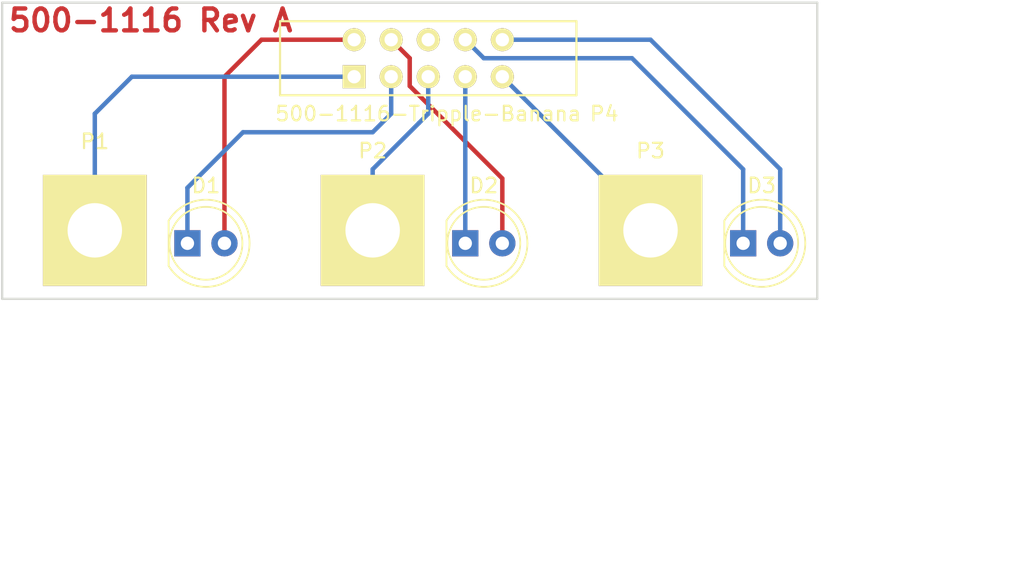
<source format=kicad_pcb>
(kicad_pcb (version 4) (host pcbnew 4.0.5)

  (general
    (links 9)
    (no_connects 0)
    (area 107.874999 81.204999 180.875715 123.350001)
    (thickness 1.6)
    (drawings 9)
    (tracks 29)
    (zones 0)
    (modules 7)
    (nets 11)
  )

  (page A4)
  (layers
    (0 F.Cu signal)
    (31 B.Cu signal)
    (32 B.Adhes user)
    (33 F.Adhes user)
    (34 B.Paste user)
    (35 F.Paste user)
    (36 B.SilkS user)
    (37 F.SilkS user)
    (38 B.Mask user)
    (39 F.Mask user)
    (40 Dwgs.User user)
    (41 Cmts.User user)
    (42 Eco1.User user)
    (43 Eco2.User user)
    (44 Edge.Cuts user)
    (45 Margin user)
    (46 B.CrtYd user)
    (47 F.CrtYd user)
    (48 B.Fab user)
    (49 F.Fab user)
  )

  (setup
    (last_trace_width 0.3048)
    (trace_clearance 0.3048)
    (zone_clearance 0.508)
    (zone_45_only no)
    (trace_min 0.2)
    (segment_width 0.2)
    (edge_width 0.15)
    (via_size 1.5748)
    (via_drill 0.9144)
    (via_min_size 0.4)
    (via_min_drill 0.3)
    (uvia_size 0.3)
    (uvia_drill 0.1)
    (uvias_allowed no)
    (uvia_min_size 0.2)
    (uvia_min_drill 0.1)
    (pcb_text_width 0.3)
    (pcb_text_size 1.5 1.5)
    (mod_edge_width 0.15)
    (mod_text_size 1 1)
    (mod_text_width 0.15)
    (pad_size 1.8 1.8)
    (pad_drill 0.9144)
    (pad_to_mask_clearance 0.2)
    (aux_axis_origin 0 0)
    (visible_elements 7FFFFFFF)
    (pcbplotparams
      (layerselection 0x010f0_80000001)
      (usegerberextensions false)
      (excludeedgelayer true)
      (linewidth 0.100000)
      (plotframeref false)
      (viasonmask false)
      (mode 1)
      (useauxorigin false)
      (hpglpennumber 1)
      (hpglpenspeed 20)
      (hpglpendiameter 15)
      (hpglpenoverlay 2)
      (psnegative false)
      (psa4output false)
      (plotreference true)
      (plotvalue true)
      (plotinvisibletext false)
      (padsonsilk false)
      (subtractmaskfromsilk false)
      (outputformat 1)
      (mirror false)
      (drillshape 0)
      (scaleselection 1)
      (outputdirectory Fab/))
  )

  (net 0 "")
  (net 1 "Net-(D1-Pad1)")
  (net 2 "Net-(D1-Pad2)")
  (net 3 "Net-(D2-Pad1)")
  (net 4 "Net-(D2-Pad2)")
  (net 5 "Net-(D3-Pad1)")
  (net 6 "Net-(D3-Pad2)")
  (net 7 "Net-(P1-Pad1)")
  (net 8 "Net-(P2-Pad1)")
  (net 9 "Net-(P3-Pad1)")
  (net 10 "Net-(P4-Pad6)")

  (net_class Default "This is the default net class."
    (clearance 0.3048)
    (trace_width 0.3048)
    (via_dia 1.5748)
    (via_drill 0.9144)
    (uvia_dia 0.3)
    (uvia_drill 0.1)
    (add_net "Net-(D1-Pad1)")
    (add_net "Net-(D1-Pad2)")
    (add_net "Net-(D2-Pad1)")
    (add_net "Net-(D2-Pad2)")
    (add_net "Net-(D3-Pad1)")
    (add_net "Net-(D3-Pad2)")
    (add_net "Net-(P1-Pad1)")
    (add_net "Net-(P2-Pad1)")
    (add_net "Net-(P3-Pad1)")
    (add_net "Net-(P4-Pad6)")
  )

  (module LEDs:LED_D5.0mm (layer F.Cu) (tedit 588BF821) (tstamp 588695D7)
    (at 120.65 97.79)
    (descr "LED, diameter 5.0mm, 2 pins, http://cdn-reichelt.de/documents/datenblatt/A500/LL-504BC2E-009.pdf")
    (tags "LED diameter 5.0mm 2 pins")
    (path /5886826D)
    (fp_text reference D1 (at 1.27 -3.96) (layer F.SilkS)
      (effects (font (size 1 1) (thickness 0.15)))
    )
    (fp_text value LED_ALT (at 2.54 5.08) (layer F.Fab)
      (effects (font (size 1 1) (thickness 0.15)))
    )
    (fp_arc (start 1.27 0) (end -1.23 -1.469694) (angle 299.1) (layer F.Fab) (width 0.1))
    (fp_arc (start 1.27 0) (end -1.29 -1.54483) (angle 148.9) (layer F.SilkS) (width 0.12))
    (fp_arc (start 1.27 0) (end -1.29 1.54483) (angle -148.9) (layer F.SilkS) (width 0.12))
    (fp_circle (center 1.27 0) (end 3.77 0) (layer F.Fab) (width 0.1))
    (fp_circle (center 1.27 0) (end 3.77 0) (layer F.SilkS) (width 0.12))
    (fp_line (start -1.23 -1.469694) (end -1.23 1.469694) (layer F.Fab) (width 0.1))
    (fp_line (start -1.29 -1.545) (end -1.29 1.545) (layer F.SilkS) (width 0.12))
    (fp_line (start -1.95 -3.25) (end -1.95 3.25) (layer F.CrtYd) (width 0.05))
    (fp_line (start -1.95 3.25) (end 4.5 3.25) (layer F.CrtYd) (width 0.05))
    (fp_line (start 4.5 3.25) (end 4.5 -3.25) (layer F.CrtYd) (width 0.05))
    (fp_line (start 4.5 -3.25) (end -1.95 -3.25) (layer F.CrtYd) (width 0.05))
    (pad 1 thru_hole rect (at 0 0) (size 1.8 1.8) (drill 0.9144) (layers *.Cu *.Mask)
      (net 1 "Net-(D1-Pad1)"))
    (pad 2 thru_hole circle (at 2.54 0) (size 1.8 1.8) (drill 0.9144) (layers *.Cu *.Mask)
      (net 2 "Net-(D1-Pad2)"))
    (model LEDs.3dshapes/LED_D5.0mm.wrl
      (at (xyz 0 0 0))
      (scale (xyz 0.393701 0.393701 0.393701))
      (rotate (xyz 0 0 0))
    )
  )

  (module LEDs:LED_D5.0mm (layer F.Cu) (tedit 588BF854) (tstamp 588695E8)
    (at 139.7 97.79)
    (descr "LED, diameter 5.0mm, 2 pins, http://cdn-reichelt.de/documents/datenblatt/A500/LL-504BC2E-009.pdf")
    (tags "LED diameter 5.0mm 2 pins")
    (path /588683A0)
    (fp_text reference D2 (at 1.27 -3.96) (layer F.SilkS)
      (effects (font (size 1 1) (thickness 0.15)))
    )
    (fp_text value LED_ALT (at 3.175 5.08) (layer F.Fab)
      (effects (font (size 1 1) (thickness 0.15)))
    )
    (fp_arc (start 1.27 0) (end -1.23 -1.469694) (angle 299.1) (layer F.Fab) (width 0.1))
    (fp_arc (start 1.27 0) (end -1.29 -1.54483) (angle 148.9) (layer F.SilkS) (width 0.12))
    (fp_arc (start 1.27 0) (end -1.29 1.54483) (angle -148.9) (layer F.SilkS) (width 0.12))
    (fp_circle (center 1.27 0) (end 3.77 0) (layer F.Fab) (width 0.1))
    (fp_circle (center 1.27 0) (end 3.77 0) (layer F.SilkS) (width 0.12))
    (fp_line (start -1.23 -1.469694) (end -1.23 1.469694) (layer F.Fab) (width 0.1))
    (fp_line (start -1.29 -1.545) (end -1.29 1.545) (layer F.SilkS) (width 0.12))
    (fp_line (start -1.95 -3.25) (end -1.95 3.25) (layer F.CrtYd) (width 0.05))
    (fp_line (start -1.95 3.25) (end 4.5 3.25) (layer F.CrtYd) (width 0.05))
    (fp_line (start 4.5 3.25) (end 4.5 -3.25) (layer F.CrtYd) (width 0.05))
    (fp_line (start 4.5 -3.25) (end -1.95 -3.25) (layer F.CrtYd) (width 0.05))
    (pad 1 thru_hole rect (at 0 0) (size 1.8 1.8) (drill 0.9144) (layers *.Cu *.Mask)
      (net 3 "Net-(D2-Pad1)"))
    (pad 2 thru_hole circle (at 2.54 0) (size 1.8 1.8) (drill 0.9144) (layers *.Cu *.Mask)
      (net 4 "Net-(D2-Pad2)"))
    (model LEDs.3dshapes/LED_D5.0mm.wrl
      (at (xyz 0 0 0))
      (scale (xyz 0.393701 0.393701 0.393701))
      (rotate (xyz 0 0 0))
    )
  )

  (module LEDs:LED_D5.0mm (layer F.Cu) (tedit 588BF87C) (tstamp 588695F9)
    (at 158.75 97.79)
    (descr "LED, diameter 5.0mm, 2 pins, http://cdn-reichelt.de/documents/datenblatt/A500/LL-504BC2E-009.pdf")
    (tags "LED diameter 5.0mm 2 pins")
    (path /588683E1)
    (fp_text reference D3 (at 1.27 -3.96) (layer F.SilkS)
      (effects (font (size 1 1) (thickness 0.15)))
    )
    (fp_text value LED_ALT (at 2.54 5.715) (layer F.Fab)
      (effects (font (size 1 1) (thickness 0.15)))
    )
    (fp_arc (start 1.27 0) (end -1.23 -1.469694) (angle 299.1) (layer F.Fab) (width 0.1))
    (fp_arc (start 1.27 0) (end -1.29 -1.54483) (angle 148.9) (layer F.SilkS) (width 0.12))
    (fp_arc (start 1.27 0) (end -1.29 1.54483) (angle -148.9) (layer F.SilkS) (width 0.12))
    (fp_circle (center 1.27 0) (end 3.77 0) (layer F.Fab) (width 0.1))
    (fp_circle (center 1.27 0) (end 3.77 0) (layer F.SilkS) (width 0.12))
    (fp_line (start -1.23 -1.469694) (end -1.23 1.469694) (layer F.Fab) (width 0.1))
    (fp_line (start -1.29 -1.545) (end -1.29 1.545) (layer F.SilkS) (width 0.12))
    (fp_line (start -1.95 -3.25) (end -1.95 3.25) (layer F.CrtYd) (width 0.05))
    (fp_line (start -1.95 3.25) (end 4.5 3.25) (layer F.CrtYd) (width 0.05))
    (fp_line (start 4.5 3.25) (end 4.5 -3.25) (layer F.CrtYd) (width 0.05))
    (fp_line (start 4.5 -3.25) (end -1.95 -3.25) (layer F.CrtYd) (width 0.05))
    (pad 1 thru_hole rect (at 0 0) (size 1.8 1.8) (drill 0.9144) (layers *.Cu *.Mask)
      (net 5 "Net-(D3-Pad1)"))
    (pad 2 thru_hole circle (at 2.54 0) (size 1.8 1.8) (drill 0.9144) (layers *.Cu *.Mask)
      (net 6 "Net-(D3-Pad2)"))
    (model LEDs.3dshapes/LED_D5.0mm.wrl
      (at (xyz 0 0 0))
      (scale (xyz 0.393701 0.393701 0.393701))
      (rotate (xyz 0 0 0))
    )
  )

  (module FootPrints:KF2-256-TerminalPad (layer F.Cu) (tedit 58868E19) (tstamp 588695FE)
    (at 114.3 101.6)
    (path /588680C9)
    (fp_text reference P1 (at 0 -10.795) (layer F.SilkS)
      (effects (font (size 1 1) (thickness 0.15)))
    )
    (fp_text value PAD-KF2-256 (at 0 1.27) (layer F.Fab)
      (effects (font (size 1 1) (thickness 0.15)))
    )
    (pad 1 thru_hole rect (at 0 -4.699) (size 7.112 7.62) (drill 3.7338) (layers *.Cu *.Mask F.SilkS)
      (net 7 "Net-(P1-Pad1)"))
  )

  (module FootPrints:KF2-256-TerminalPad (layer F.Cu) (tedit 58868E15) (tstamp 58869603)
    (at 133.35 101.6)
    (path /588681FB)
    (fp_text reference P2 (at 0 -10.16) (layer F.SilkS)
      (effects (font (size 1 1) (thickness 0.15)))
    )
    (fp_text value PAD-KF2-256 (at 0 1.27) (layer F.Fab)
      (effects (font (size 1 1) (thickness 0.15)))
    )
    (pad 1 thru_hole rect (at 0 -4.699) (size 7.112 7.62) (drill 3.7338) (layers *.Cu *.Mask F.SilkS)
      (net 8 "Net-(P2-Pad1)"))
  )

  (module FootPrints:KF2-256-TerminalPad (layer F.Cu) (tedit 58868F60) (tstamp 58869608)
    (at 152.4 101.6)
    (path /58868231)
    (fp_text reference P3 (at 0 -10.16) (layer F.SilkS)
      (effects (font (size 1 1) (thickness 0.15)))
    )
    (fp_text value PAD-KF2-256 (at 0 1.27) (layer F.Fab)
      (effects (font (size 1 1) (thickness 0.15)))
    )
    (pad 1 thru_hole rect (at 0 -4.699) (size 7.112 7.62) (drill 3.7338) (layers *.Cu *.Mask F.SilkS)
      (net 9 "Net-(P3-Pad1)"))
  )

  (module FootPrints:IDC5x2_Vert (layer F.Cu) (tedit 58868F41) (tstamp 5886961A)
    (at 137.16 85.09 180)
    (path /58868A6F)
    (fp_text reference P4 (at -12.065 -3.81 180) (layer F.SilkS)
      (effects (font (size 1 1) (thickness 0.15)))
    )
    (fp_text value 500-1116-Tripple-Banana (at 0 -3.81 180) (layer F.SilkS)
      (effects (font (size 1 1) (thickness 0.15)))
    )
    (fp_line (start 10.16 2.54) (end -10.16 2.54) (layer F.SilkS) (width 0.15))
    (fp_line (start 10.16 -2.54) (end -10.16 -2.54) (layer F.SilkS) (width 0.15))
    (fp_line (start -10.16 2.54) (end -10.16 -2.54) (layer F.SilkS) (width 0.15))
    (fp_line (start 10.16 -2.54) (end 10.16 2.54) (layer F.SilkS) (width 0.15))
    (pad 1 thru_hole rect (at 5.08 -1.27 180) (size 1.5748 1.5748) (drill 0.9144) (layers *.Cu *.Mask F.SilkS)
      (net 7 "Net-(P1-Pad1)"))
    (pad 2 thru_hole circle (at 5.08 1.27 180) (size 1.5748 1.5748) (drill 0.9144) (layers *.Cu *.Mask F.SilkS)
      (net 2 "Net-(D1-Pad2)"))
    (pad 3 thru_hole circle (at 2.54 -1.27 180) (size 1.5748 1.5748) (drill 0.9144) (layers *.Cu *.Mask F.SilkS)
      (net 1 "Net-(D1-Pad1)"))
    (pad 4 thru_hole circle (at 2.54 1.27 180) (size 1.5748 1.5748) (drill 0.9144) (layers *.Cu *.Mask F.SilkS)
      (net 4 "Net-(D2-Pad2)"))
    (pad 5 thru_hole circle (at 0 -1.27 180) (size 1.5748 1.5748) (drill 0.9144) (layers *.Cu *.Mask F.SilkS)
      (net 8 "Net-(P2-Pad1)"))
    (pad 6 thru_hole circle (at 0 1.27 180) (size 1.5748 1.5748) (drill 0.9144) (layers *.Cu *.Mask F.SilkS)
      (net 10 "Net-(P4-Pad6)"))
    (pad 7 thru_hole circle (at -2.54 -1.27 180) (size 1.5748 1.5748) (drill 0.9144) (layers *.Cu *.Mask F.SilkS)
      (net 3 "Net-(D2-Pad1)"))
    (pad 8 thru_hole circle (at -2.54 1.27 180) (size 1.5748 1.5748) (drill 0.9144) (layers *.Cu *.Mask F.SilkS)
      (net 5 "Net-(D3-Pad1)"))
    (pad 9 thru_hole circle (at -5.08 -1.27 180) (size 1.5748 1.5748) (drill 0.9144) (layers *.Cu *.Mask F.SilkS)
      (net 9 "Net-(P3-Pad1)"))
    (pad 10 thru_hole circle (at -5.08 1.27 180) (size 1.5748 1.5748) (drill 0.9144) (layers *.Cu *.Mask F.SilkS)
      (net 6 "Net-(D3-Pad2)"))
  )

  (gr_text "500-1116 Rev A" (at 118.1354 82.4992) (layer F.Cu)
    (effects (font (size 1.5 1.5) (thickness 0.3)))
  )
  (dimension 20.32 (width 0.3) (layer F.Fab)
    (gr_text "0.8000 in" (at 175.34 91.44 90) (layer F.Fab)
      (effects (font (size 1.5 1.5) (thickness 0.3)))
    )
    (feature1 (pts (xy 166.37 81.28) (xy 176.69 81.28)))
    (feature2 (pts (xy 166.37 101.6) (xy 176.69 101.6)))
    (crossbar (pts (xy 173.99 101.6) (xy 173.99 81.28)))
    (arrow1a (pts (xy 173.99 81.28) (xy 174.576421 82.406504)))
    (arrow1b (pts (xy 173.99 81.28) (xy 173.403579 82.406504)))
    (arrow2a (pts (xy 173.99 101.6) (xy 174.576421 100.473496)))
    (arrow2b (pts (xy 173.99 101.6) (xy 173.403579 100.473496)))
  )
  (dimension 19.05 (width 0.3) (layer F.Fab)
    (gr_text "0.7500 in" (at 123.825 122) (layer F.Fab)
      (effects (font (size 1.5 1.5) (thickness 0.3)))
    )
    (feature1 (pts (xy 133.35 107.95) (xy 133.35 123.35)))
    (feature2 (pts (xy 114.3 107.95) (xy 114.3 123.35)))
    (crossbar (pts (xy 114.3 120.65) (xy 133.35 120.65)))
    (arrow1a (pts (xy 133.35 120.65) (xy 132.223496 121.236421)))
    (arrow1b (pts (xy 133.35 120.65) (xy 132.223496 120.063579)))
    (arrow2a (pts (xy 114.3 120.65) (xy 115.426504 121.236421)))
    (arrow2b (pts (xy 114.3 120.65) (xy 115.426504 120.063579)))
  )
  (dimension 55.88 (width 0.3) (layer F.Fab)
    (gr_text "2.2000 in" (at 135.89 113.11) (layer F.Fab)
      (effects (font (size 1.5 1.5) (thickness 0.3)))
    )
    (feature1 (pts (xy 163.83 105.41) (xy 163.83 114.46)))
    (feature2 (pts (xy 107.95 105.41) (xy 107.95 114.46)))
    (crossbar (pts (xy 107.95 111.76) (xy 163.83 111.76)))
    (arrow1a (pts (xy 163.83 111.76) (xy 162.703496 112.346421)))
    (arrow1b (pts (xy 163.83 111.76) (xy 162.703496 111.173579)))
    (arrow2a (pts (xy 107.95 111.76) (xy 109.076504 112.346421)))
    (arrow2b (pts (xy 107.95 111.76) (xy 109.076504 111.173579)))
  )
  (gr_line (start 109.22 81.28) (end 163.83 81.28) (angle 90) (layer Edge.Cuts) (width 0.15))
  (gr_line (start 107.95 81.28) (end 107.95 101.6) (angle 90) (layer Edge.Cuts) (width 0.15))
  (gr_line (start 109.22 81.28) (end 107.95 81.28) (angle 90) (layer Edge.Cuts) (width 0.15))
  (gr_line (start 163.83 101.6) (end 163.83 81.28) (angle 90) (layer Edge.Cuts) (width 0.15))
  (gr_line (start 107.95 101.6) (end 163.83 101.6) (angle 90) (layer Edge.Cuts) (width 0.15))

  (segment (start 120.65 97.79) (end 120.65 93.98) (width 0.3048) (layer B.Cu) (net 1))
  (segment (start 134.62 88.9) (end 134.62 86.36) (width 0.3048) (layer B.Cu) (net 1) (tstamp 58869764))
  (segment (start 133.35 90.17) (end 134.62 88.9) (width 0.3048) (layer B.Cu) (net 1) (tstamp 58869763))
  (segment (start 124.46 90.17) (end 133.35 90.17) (width 0.3048) (layer B.Cu) (net 1) (tstamp 58869761))
  (segment (start 120.65 93.98) (end 124.46 90.17) (width 0.3048) (layer B.Cu) (net 1) (tstamp 58869760))
  (segment (start 123.19 97.79) (end 123.19 86.36) (width 0.3048) (layer F.Cu) (net 2))
  (segment (start 125.73 83.82) (end 132.08 83.82) (width 0.3048) (layer F.Cu) (net 2) (tstamp 5886975D))
  (segment (start 123.19 86.36) (end 125.73 83.82) (width 0.3048) (layer F.Cu) (net 2) (tstamp 5886975B))
  (segment (start 139.7 97.79) (end 139.7 86.36) (width 0.3048) (layer B.Cu) (net 3))
  (segment (start 142.24 97.79) (end 142.24 93.345) (width 0.3048) (layer F.Cu) (net 4))
  (segment (start 135.89 85.09) (end 134.62 83.82) (width 0.3048) (layer F.Cu) (net 4) (tstamp 58869757))
  (segment (start 135.89 86.995) (end 135.89 85.09) (width 0.3048) (layer F.Cu) (net 4) (tstamp 58869755))
  (segment (start 142.24 93.345) (end 135.89 86.995) (width 0.3048) (layer F.Cu) (net 4) (tstamp 58869754))
  (segment (start 158.75 97.79) (end 158.75 92.71) (width 0.3048) (layer B.Cu) (net 5))
  (segment (start 140.97 85.09) (end 139.7 83.82) (width 0.3048) (layer B.Cu) (net 5) (tstamp 58869751))
  (segment (start 151.13 85.09) (end 140.97 85.09) (width 0.3048) (layer B.Cu) (net 5) (tstamp 5886974F))
  (segment (start 158.75 92.71) (end 151.13 85.09) (width 0.3048) (layer B.Cu) (net 5) (tstamp 5886974E))
  (segment (start 161.29 97.79) (end 161.29 92.71) (width 0.3048) (layer B.Cu) (net 6))
  (segment (start 152.4 83.82) (end 142.24 83.82) (width 0.3048) (layer B.Cu) (net 6) (tstamp 5886974A))
  (segment (start 161.29 92.71) (end 152.4 83.82) (width 0.3048) (layer B.Cu) (net 6) (tstamp 58869748))
  (segment (start 114.3 96.901) (end 114.3 88.9) (width 0.3048) (layer B.Cu) (net 7))
  (segment (start 114.3 88.9) (end 116.84 86.36) (width 0.3048) (layer B.Cu) (net 7))
  (segment (start 116.84 86.36) (end 132.08 86.36) (width 0.3048) (layer B.Cu) (net 7))
  (segment (start 133.35 96.901) (end 133.35 92.71) (width 0.3048) (layer B.Cu) (net 8))
  (segment (start 137.16 88.9) (end 137.16 86.36) (width 0.3048) (layer B.Cu) (net 8) (tstamp 58869740))
  (segment (start 136.525 89.535) (end 137.16 88.9) (width 0.3048) (layer B.Cu) (net 8) (tstamp 5886973F))
  (segment (start 133.35 92.71) (end 136.525 89.535) (width 0.3048) (layer B.Cu) (net 8) (tstamp 5886973D))
  (segment (start 152.4 96.901) (end 152.4 96.52) (width 0.3048) (layer B.Cu) (net 9))
  (segment (start 152.4 96.52) (end 142.24 86.36) (width 0.3048) (layer B.Cu) (net 9) (tstamp 58869743))

)

</source>
